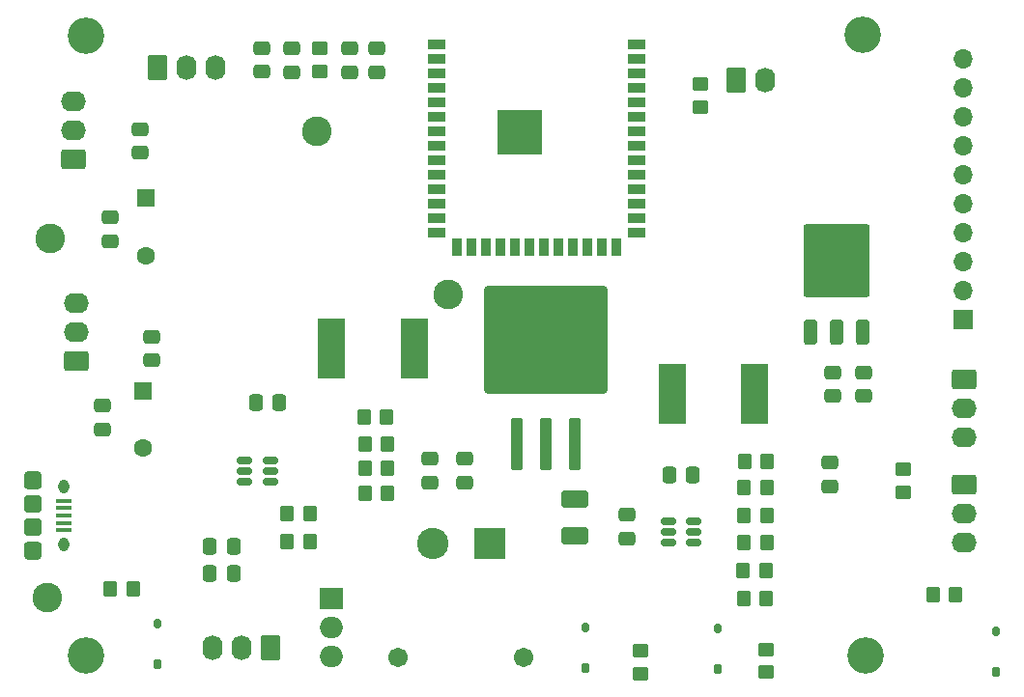
<source format=gts>
G04 #@! TF.GenerationSoftware,KiCad,Pcbnew,8.0.8*
G04 #@! TF.CreationDate,2025-03-31T15:28:11-05:00*
G04 #@! TF.ProjectId,Group_29_Handheld,47726f75-705f-4323-995f-48616e646865,rev?*
G04 #@! TF.SameCoordinates,Original*
G04 #@! TF.FileFunction,Soldermask,Top*
G04 #@! TF.FilePolarity,Negative*
%FSLAX46Y46*%
G04 Gerber Fmt 4.6, Leading zero omitted, Abs format (unit mm)*
G04 Created by KiCad (PCBNEW 8.0.8) date 2025-03-31 15:28:11*
%MOMM*%
%LPD*%
G01*
G04 APERTURE LIST*
G04 Aperture macros list*
%AMRoundRect*
0 Rectangle with rounded corners*
0 $1 Rounding radius*
0 $2 $3 $4 $5 $6 $7 $8 $9 X,Y pos of 4 corners*
0 Add a 4 corners polygon primitive as box body*
4,1,4,$2,$3,$4,$5,$6,$7,$8,$9,$2,$3,0*
0 Add four circle primitives for the rounded corners*
1,1,$1+$1,$2,$3*
1,1,$1+$1,$4,$5*
1,1,$1+$1,$6,$7*
1,1,$1+$1,$8,$9*
0 Add four rect primitives between the rounded corners*
20,1,$1+$1,$2,$3,$4,$5,0*
20,1,$1+$1,$4,$5,$6,$7,0*
20,1,$1+$1,$6,$7,$8,$9,0*
20,1,$1+$1,$8,$9,$2,$3,0*%
G04 Aperture macros list end*
%ADD10RoundRect,0.250000X-0.450000X0.350000X-0.450000X-0.350000X0.450000X-0.350000X0.450000X0.350000X0*%
%ADD11RoundRect,0.250000X-0.350000X-0.450000X0.350000X-0.450000X0.350000X0.450000X-0.350000X0.450000X0*%
%ADD12RoundRect,0.250000X-0.620000X-0.845000X0.620000X-0.845000X0.620000X0.845000X-0.620000X0.845000X0*%
%ADD13O,1.740000X2.190000*%
%ADD14RoundRect,0.250000X0.350000X0.450000X-0.350000X0.450000X-0.350000X-0.450000X0.350000X-0.450000X0*%
%ADD15RoundRect,0.250000X0.300000X-2.050000X0.300000X2.050000X-0.300000X2.050000X-0.300000X-2.050000X0*%
%ADD16RoundRect,0.250002X5.149998X-4.449998X5.149998X4.449998X-5.149998X4.449998X-5.149998X-4.449998X0*%
%ADD17C,3.200000*%
%ADD18RoundRect,0.250000X0.475000X-0.337500X0.475000X0.337500X-0.475000X0.337500X-0.475000X-0.337500X0*%
%ADD19C,2.604000*%
%ADD20RoundRect,0.250000X0.337500X0.475000X-0.337500X0.475000X-0.337500X-0.475000X0.337500X-0.475000X0*%
%ADD21R,2.413000X5.334000*%
%ADD22RoundRect,0.150000X-0.512500X-0.150000X0.512500X-0.150000X0.512500X0.150000X-0.512500X0.150000X0*%
%ADD23RoundRect,0.250000X-0.475000X0.337500X-0.475000X-0.337500X0.475000X-0.337500X0.475000X0.337500X0*%
%ADD24RoundRect,0.250000X0.845000X-0.620000X0.845000X0.620000X-0.845000X0.620000X-0.845000X-0.620000X0*%
%ADD25O,2.190000X1.740000*%
%ADD26RoundRect,0.250000X0.620000X0.845000X-0.620000X0.845000X-0.620000X-0.845000X0.620000X-0.845000X0*%
%ADD27R,1.700000X1.700000*%
%ADD28O,1.700000X1.700000*%
%ADD29RoundRect,0.175000X0.175000X-0.250000X0.175000X0.250000X-0.175000X0.250000X-0.175000X-0.250000X0*%
%ADD30RoundRect,0.150000X0.150000X-0.275000X0.150000X0.275000X-0.150000X0.275000X-0.150000X-0.275000X0*%
%ADD31RoundRect,0.250001X-0.924999X0.499999X-0.924999X-0.499999X0.924999X-0.499999X0.924999X0.499999X0*%
%ADD32RoundRect,0.250000X-0.845000X0.620000X-0.845000X-0.620000X0.845000X-0.620000X0.845000X0.620000X0*%
%ADD33R,2.000000X1.905000*%
%ADD34O,2.000000X1.905000*%
%ADD35RoundRect,0.250000X0.350000X-0.850000X0.350000X0.850000X-0.350000X0.850000X-0.350000X-0.850000X0*%
%ADD36RoundRect,0.249997X2.650003X-2.950003X2.650003X2.950003X-2.650003X2.950003X-2.650003X-2.950003X0*%
%ADD37C,2.754000*%
%ADD38RoundRect,0.102000X1.275000X1.275000X-1.275000X1.275000X-1.275000X-1.275000X1.275000X-1.275000X0*%
%ADD39C,1.712000*%
%ADD40RoundRect,0.100000X-0.575000X0.100000X-0.575000X-0.100000X0.575000X-0.100000X0.575000X0.100000X0*%
%ADD41O,1.550000X0.890000*%
%ADD42RoundRect,0.250000X-0.525000X0.475000X-0.525000X-0.475000X0.525000X-0.475000X0.525000X0.475000X0*%
%ADD43O,0.950000X1.250000*%
%ADD44RoundRect,0.250000X-0.525000X0.500000X-0.525000X-0.500000X0.525000X-0.500000X0.525000X0.500000X0*%
%ADD45RoundRect,0.250000X-0.337500X-0.475000X0.337500X-0.475000X0.337500X0.475000X-0.337500X0.475000X0*%
%ADD46RoundRect,0.250000X0.450000X-0.350000X0.450000X0.350000X-0.450000X0.350000X-0.450000X-0.350000X0*%
%ADD47R,1.500000X0.900000*%
%ADD48R,0.900000X1.500000*%
%ADD49C,0.600000*%
%ADD50R,3.900000X3.900000*%
%ADD51R,1.600000X1.600000*%
%ADD52C,1.600000*%
G04 APERTURE END LIST*
D10*
X122491500Y-31262500D03*
X122491500Y-33262500D03*
X155900000Y-34400000D03*
X155900000Y-36400000D03*
D11*
X126460500Y-65913000D03*
X128460500Y-65913000D03*
D12*
X108267500Y-32956500D03*
D13*
X110807500Y-32956500D03*
X113347500Y-32956500D03*
D14*
X121634000Y-72072500D03*
X119634000Y-72072500D03*
D15*
X139827000Y-65973000D03*
X142367000Y-65973000D03*
X144907000Y-65973000D03*
D16*
X142367000Y-56823000D03*
D17*
X170116500Y-30035500D03*
D18*
X125158500Y-33337500D03*
X125158500Y-31262500D03*
D12*
X159000000Y-34000000D03*
D13*
X161540000Y-34000000D03*
D14*
X128397000Y-63563500D03*
X126397000Y-63563500D03*
D19*
X98869500Y-47879000D03*
X98615500Y-79438500D03*
D20*
X114978000Y-77279500D03*
X112903000Y-77279500D03*
D21*
X130810000Y-57594500D03*
X123571000Y-57594500D03*
D22*
X153046000Y-72710000D03*
X153046000Y-73660000D03*
X153046000Y-74610000D03*
X155321000Y-74610000D03*
X155321000Y-73660000D03*
X155321000Y-72710000D03*
D18*
X120078500Y-33337500D03*
X120078500Y-31262500D03*
X106807000Y-40407500D03*
X106807000Y-38332500D03*
D11*
X176244500Y-79121000D03*
X178244500Y-79121000D03*
D10*
X150622000Y-84074000D03*
X150622000Y-86074000D03*
D11*
X159702500Y-74612500D03*
X161702500Y-74612500D03*
D17*
X102044500Y-30162500D03*
D23*
X104118500Y-46079500D03*
X104118500Y-48154500D03*
D24*
X100901500Y-40957500D03*
D25*
X100901500Y-38417500D03*
X100901500Y-35877500D03*
D19*
X133794500Y-52832000D03*
X122301000Y-38481000D03*
D20*
X114978000Y-74930000D03*
X112903000Y-74930000D03*
D26*
X118237000Y-83800000D03*
D13*
X115697000Y-83800000D03*
X113157000Y-83800000D03*
D11*
X159702500Y-72199500D03*
X161702500Y-72199500D03*
D20*
X155215500Y-68643500D03*
X153140500Y-68643500D03*
D11*
X159655000Y-79502000D03*
X161655000Y-79502000D03*
X126460500Y-70294500D03*
X128460500Y-70294500D03*
D27*
X178943000Y-54991000D03*
D28*
X178943000Y-52451000D03*
X178943000Y-49911000D03*
X178943000Y-47371000D03*
X178943000Y-44831000D03*
X178943000Y-42291000D03*
X178943000Y-39751000D03*
X178943000Y-37211000D03*
X178943000Y-34671000D03*
X178943000Y-32131000D03*
D22*
X115956500Y-67376000D03*
X115956500Y-68326000D03*
X115956500Y-69276000D03*
X118231500Y-69276000D03*
X118231500Y-68326000D03*
X118231500Y-67376000D03*
D23*
X167259000Y-67584500D03*
X167259000Y-69659500D03*
X149479000Y-72156500D03*
X149479000Y-74231500D03*
D29*
X145806000Y-85622000D03*
D30*
X145806000Y-82072000D03*
D17*
X170370500Y-84455000D03*
D21*
X160655000Y-61531500D03*
X153416000Y-61531500D03*
D24*
X101219000Y-58674000D03*
D25*
X101219000Y-56134000D03*
X101219000Y-53594000D03*
D10*
X161671000Y-83963000D03*
X161671000Y-85963000D03*
D31*
X144843500Y-70765000D03*
X144843500Y-74015000D03*
D23*
X103505000Y-62589500D03*
X103505000Y-64664500D03*
D32*
X179000000Y-60250000D03*
D25*
X179000000Y-62790000D03*
X179000000Y-65330000D03*
D33*
X123507500Y-79502000D03*
D34*
X123507500Y-82042000D03*
X123507500Y-84582000D03*
D35*
X165550500Y-56147500D03*
X167830500Y-56147500D03*
D36*
X167830500Y-49847500D03*
D35*
X170110500Y-56147500D03*
D11*
X119634000Y-74485500D03*
X121634000Y-74485500D03*
D29*
X181800500Y-85909500D03*
D30*
X181800500Y-82359500D03*
D18*
X117475000Y-33274000D03*
X117475000Y-31199000D03*
D11*
X104172000Y-78613000D03*
X106172000Y-78613000D03*
D23*
X135191500Y-67246500D03*
X135191500Y-69321500D03*
D37*
X132400000Y-74694250D03*
D38*
X137400000Y-74694250D03*
D39*
X129400000Y-84694250D03*
X140400000Y-84694250D03*
D17*
X102044500Y-84455000D03*
D32*
X179006500Y-69532500D03*
D25*
X179006500Y-72072500D03*
X179006500Y-74612500D03*
D40*
X100109000Y-70915500D03*
X100109000Y-71565500D03*
X100109000Y-72215500D03*
X100109000Y-72865500D03*
X100109000Y-73515500D03*
D41*
X97409000Y-68715500D03*
D42*
X97409000Y-69190500D03*
D43*
X100109000Y-69715500D03*
D44*
X97409000Y-71215500D03*
X97409000Y-73215500D03*
D43*
X100109000Y-74715500D03*
D42*
X97409000Y-75240500D03*
D41*
X97409000Y-75715500D03*
D11*
X126460500Y-68072000D03*
X128460500Y-68072000D03*
D14*
X161639000Y-77025500D03*
X159639000Y-77025500D03*
D18*
X107759500Y-58610500D03*
X107759500Y-56535500D03*
D23*
X167449500Y-59668500D03*
X167449500Y-61743500D03*
X170180000Y-59668500D03*
X170180000Y-61743500D03*
D14*
X161734500Y-67437000D03*
X159734500Y-67437000D03*
D45*
X116924000Y-62293500D03*
X118999000Y-62293500D03*
D18*
X127508000Y-33337500D03*
X127508000Y-31262500D03*
D29*
X108331000Y-85211000D03*
D30*
X108331000Y-81661000D03*
D46*
X173672500Y-70151500D03*
X173672500Y-68151500D03*
D47*
X132764500Y-30885000D03*
X132764500Y-32155000D03*
X132764500Y-33425000D03*
X132764500Y-34695000D03*
X132764500Y-35965000D03*
X132764500Y-37235000D03*
X132764500Y-38505000D03*
X132764500Y-39775000D03*
X132764500Y-41045000D03*
X132764500Y-42315000D03*
X132764500Y-43585000D03*
X132764500Y-44855000D03*
X132764500Y-46125000D03*
X132764500Y-47395000D03*
D48*
X134529500Y-48645000D03*
X135799500Y-48645000D03*
X137069500Y-48645000D03*
X138339500Y-48645000D03*
X139609500Y-48645000D03*
X140879500Y-48645000D03*
X142149500Y-48645000D03*
X143419500Y-48645000D03*
X144689500Y-48645000D03*
X145959500Y-48645000D03*
X147229500Y-48645000D03*
X148499500Y-48645000D03*
D47*
X150264500Y-47395000D03*
X150264500Y-46125000D03*
X150264500Y-44855000D03*
X150264500Y-43585000D03*
X150264500Y-42315000D03*
X150264500Y-41045000D03*
X150264500Y-39775000D03*
X150264500Y-38505000D03*
X150264500Y-37235000D03*
X150264500Y-35965000D03*
X150264500Y-34695000D03*
X150264500Y-33425000D03*
X150264500Y-32155000D03*
X150264500Y-30885000D03*
D49*
X138614500Y-37905000D03*
X138614500Y-39305000D03*
X139314500Y-37205000D03*
X139314500Y-38605000D03*
X139314500Y-40005000D03*
X140014500Y-37905000D03*
D50*
X140014500Y-38605000D03*
D49*
X140014500Y-39305000D03*
X140714500Y-37205000D03*
X140714500Y-38605000D03*
X140714500Y-40005000D03*
X141414500Y-37905000D03*
X141414500Y-39305000D03*
D11*
X159702500Y-69723000D03*
X161702500Y-69723000D03*
D29*
X157416500Y-85655500D03*
D30*
X157416500Y-82105500D03*
D23*
X132143500Y-67246500D03*
X132143500Y-69321500D03*
D51*
X107061000Y-61287849D03*
D52*
X107061000Y-66287849D03*
D51*
X107315000Y-44396849D03*
D52*
X107315000Y-49396849D03*
M02*

</source>
